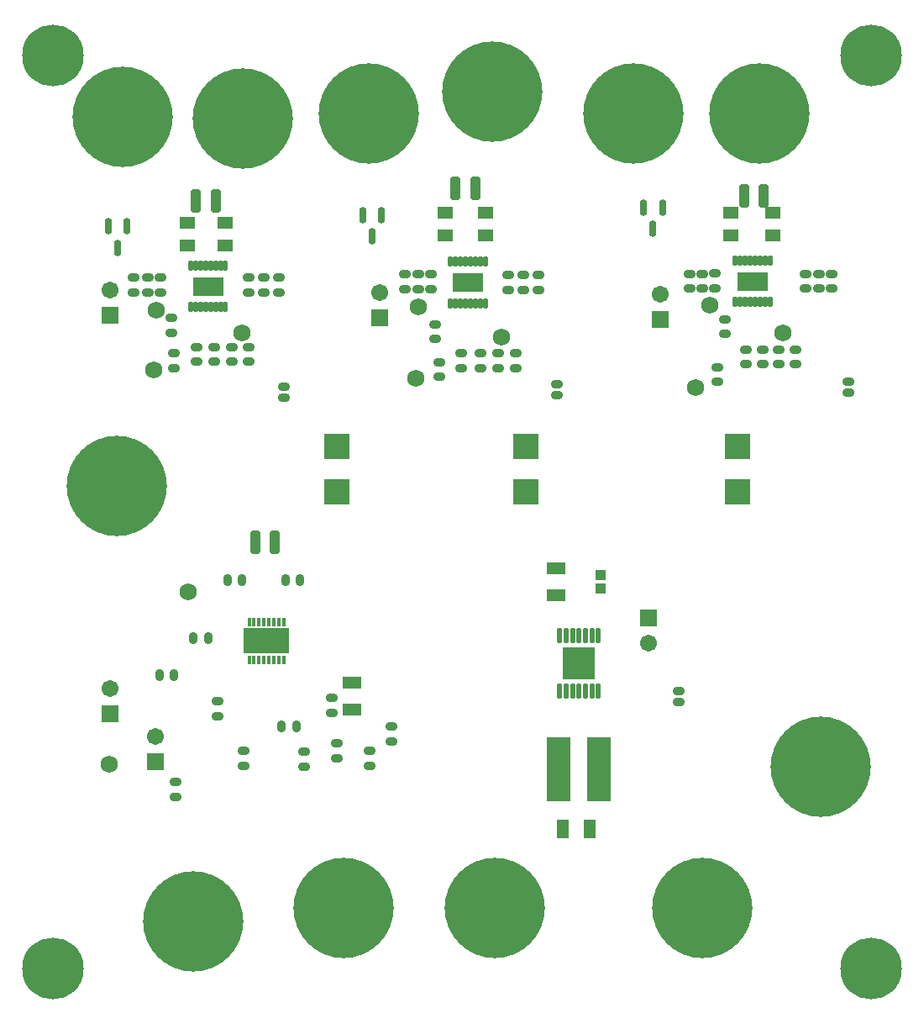
<source format=gts>
%FSAX25Y25*%
%MOIN*%
G70*
G01*
G75*
G04 Layer_Color=8388736*
%ADD10R,0.05118X0.03937*%
G04:AMPARAMS|DCode=11|XSize=23.62mil|YSize=35.43mil|CornerRadius=5.91mil|HoleSize=0mil|Usage=FLASHONLY|Rotation=270.000|XOffset=0mil|YOffset=0mil|HoleType=Round|Shape=RoundedRectangle|*
%AMROUNDEDRECTD11*
21,1,0.02362,0.02362,0,0,270.0*
21,1,0.01181,0.03543,0,0,270.0*
1,1,0.01181,-0.01181,-0.00591*
1,1,0.01181,-0.01181,0.00591*
1,1,0.01181,0.01181,0.00591*
1,1,0.01181,0.01181,-0.00591*
%
%ADD11ROUNDEDRECTD11*%
%ADD12R,0.09055X0.09055*%
%ADD13R,0.00984X0.02756*%
%ADD14R,0.17087X0.09606*%
G04:AMPARAMS|DCode=15|XSize=23.62mil|YSize=35.43mil|CornerRadius=5.91mil|HoleSize=0mil|Usage=FLASHONLY|Rotation=0.000|XOffset=0mil|YOffset=0mil|HoleType=Round|Shape=RoundedRectangle|*
%AMROUNDEDRECTD15*
21,1,0.02362,0.02362,0,0,0.0*
21,1,0.01181,0.03543,0,0,0.0*
1,1,0.01181,0.00591,-0.01181*
1,1,0.01181,-0.00591,-0.01181*
1,1,0.01181,-0.00591,0.01181*
1,1,0.01181,0.00591,0.01181*
%
%ADD15ROUNDEDRECTD15*%
%ADD16O,0.02165X0.05709*%
%ADD17O,0.02165X0.05709*%
%ADD18O,0.01181X0.03500*%
%ADD19R,0.11201X0.06500*%
%ADD20R,0.04331X0.06693*%
%ADD21R,0.06693X0.04331*%
%ADD22O,0.01378X0.05315*%
%ADD23R,0.12205X0.11811*%
G04:AMPARAMS|DCode=24|XSize=31.5mil|YSize=86.61mil|CornerRadius=7.87mil|HoleSize=0mil|Usage=FLASHONLY|Rotation=180.000|XOffset=0mil|YOffset=0mil|HoleType=Round|Shape=RoundedRectangle|*
%AMROUNDEDRECTD24*
21,1,0.03150,0.07087,0,0,180.0*
21,1,0.01575,0.08661,0,0,180.0*
1,1,0.01575,-0.00787,0.03543*
1,1,0.01575,0.00787,0.03543*
1,1,0.01575,0.00787,-0.03543*
1,1,0.01575,-0.00787,-0.03543*
%
%ADD24ROUNDEDRECTD24*%
%ADD25R,0.08661X0.24803*%
%ADD26R,0.03543X0.03150*%
%ADD27C,0.01181*%
%ADD28C,0.01260*%
%ADD29C,0.02756*%
%ADD30C,0.01024*%
%ADD31C,0.03150*%
%ADD32C,0.01969*%
%ADD33C,0.03937*%
%ADD34C,0.01102*%
%ADD35C,0.00984*%
%ADD36C,0.00906*%
%ADD37C,0.02362*%
%ADD38C,0.01000*%
%ADD39C,0.01575*%
%ADD40C,0.00866*%
%ADD41C,0.03543*%
%ADD42C,0.01299*%
%ADD43C,0.01063*%
%ADD44C,0.06000*%
%ADD45R,0.05906X0.05906*%
%ADD46C,0.05906*%
%ADD47C,0.23622*%
%ADD48C,0.38976*%
%ADD49C,0.01969*%
%ADD50C,0.01575*%
%ADD51C,0.00394*%
%ADD52C,0.00787*%
%ADD53C,0.00600*%
%ADD54C,0.00669*%
%ADD55R,0.05918X0.04737*%
G04:AMPARAMS|DCode=56|XSize=31.62mil|YSize=43.43mil|CornerRadius=9.91mil|HoleSize=0mil|Usage=FLASHONLY|Rotation=270.000|XOffset=0mil|YOffset=0mil|HoleType=Round|Shape=RoundedRectangle|*
%AMROUNDEDRECTD56*
21,1,0.03162,0.02362,0,0,270.0*
21,1,0.01181,0.04343,0,0,270.0*
1,1,0.01981,-0.01181,-0.00591*
1,1,0.01981,-0.01181,0.00591*
1,1,0.01981,0.01181,0.00591*
1,1,0.01981,0.01181,-0.00591*
%
%ADD56ROUNDEDRECTD56*%
%ADD57R,0.09855X0.09855*%
%ADD58R,0.01784X0.03556*%
%ADD59R,0.17887X0.10406*%
G04:AMPARAMS|DCode=60|XSize=31.62mil|YSize=43.43mil|CornerRadius=9.91mil|HoleSize=0mil|Usage=FLASHONLY|Rotation=0.000|XOffset=0mil|YOffset=0mil|HoleType=Round|Shape=RoundedRectangle|*
%AMROUNDEDRECTD60*
21,1,0.03162,0.02362,0,0,0.0*
21,1,0.01181,0.04343,0,0,0.0*
1,1,0.01981,0.00591,-0.01181*
1,1,0.01981,-0.00591,-0.01181*
1,1,0.01981,-0.00591,0.01181*
1,1,0.01981,0.00591,0.01181*
%
%ADD60ROUNDEDRECTD60*%
%ADD61O,0.02965X0.06509*%
%ADD62O,0.02965X0.06509*%
%ADD63O,0.01981X0.04300*%
%ADD64R,0.12001X0.07300*%
%ADD65R,0.05131X0.07493*%
%ADD66R,0.07493X0.05131*%
%ADD67O,0.02178X0.06115*%
%ADD68R,0.13005X0.12611*%
G04:AMPARAMS|DCode=69|XSize=39.5mil|YSize=94.61mil|CornerRadius=11.87mil|HoleSize=0mil|Usage=FLASHONLY|Rotation=180.000|XOffset=0mil|YOffset=0mil|HoleType=Round|Shape=RoundedRectangle|*
%AMROUNDEDRECTD69*
21,1,0.03950,0.07087,0,0,180.0*
21,1,0.01575,0.09461,0,0,180.0*
1,1,0.02375,-0.00787,0.03543*
1,1,0.02375,0.00787,0.03543*
1,1,0.02375,0.00787,-0.03543*
1,1,0.02375,-0.00787,-0.03543*
%
%ADD69ROUNDEDRECTD69*%
%ADD70R,0.09461X0.25603*%
%ADD71R,0.04343X0.03950*%
%ADD72C,0.06800*%
%ADD73R,0.06706X0.06706*%
%ADD74C,0.06706*%
%ADD75C,0.24422*%
%ADD76C,0.39776*%
%ADD77C,0.02769*%
%ADD78C,0.02375*%
D55*
X0397900Y0416732D02*
D03*
Y0425787D02*
D03*
X0381400Y0416732D02*
D03*
Y0425787D02*
D03*
X0283900Y0416732D02*
D03*
Y0425787D02*
D03*
X0268000Y0416732D02*
D03*
Y0425787D02*
D03*
X0180700Y0412795D02*
D03*
Y0421850D02*
D03*
X0165700Y0412795D02*
D03*
Y0421850D02*
D03*
D56*
X0427900Y0354533D02*
D03*
Y0358667D02*
D03*
X0312400Y0353533D02*
D03*
Y0357667D02*
D03*
X0203869Y0352533D02*
D03*
Y0356667D02*
D03*
X0222968Y0233453D02*
D03*
Y0227547D02*
D03*
X0224968Y0215453D02*
D03*
Y0209547D02*
D03*
X0211968Y0206047D02*
D03*
Y0211953D02*
D03*
X0246468Y0216047D02*
D03*
Y0221953D02*
D03*
X0237968Y0206547D02*
D03*
Y0212453D02*
D03*
X0177468Y0231953D02*
D03*
Y0226047D02*
D03*
X0161000Y0199953D02*
D03*
Y0194047D02*
D03*
X0187968Y0206547D02*
D03*
Y0212453D02*
D03*
X0160400Y0364147D02*
D03*
Y0370053D02*
D03*
X0375900Y0358647D02*
D03*
Y0364553D02*
D03*
X0406900Y0365647D02*
D03*
Y0371553D02*
D03*
X0421400Y0401553D02*
D03*
Y0395647D02*
D03*
X0410900Y0401553D02*
D03*
Y0395647D02*
D03*
X0374900Y0401620D02*
D03*
Y0395714D02*
D03*
X0364900Y0401553D02*
D03*
Y0395647D02*
D03*
X0400400Y0371553D02*
D03*
Y0365647D02*
D03*
X0387400D02*
D03*
Y0371553D02*
D03*
X0416400Y0401553D02*
D03*
Y0395647D02*
D03*
X0369900Y0401553D02*
D03*
Y0395647D02*
D03*
X0393900Y0365647D02*
D03*
Y0371553D02*
D03*
X0378900Y0383553D02*
D03*
Y0377647D02*
D03*
X0265431Y0360647D02*
D03*
Y0366553D02*
D03*
X0288900Y0364147D02*
D03*
Y0370053D02*
D03*
X0304900Y0401053D02*
D03*
Y0395147D02*
D03*
X0292900Y0401053D02*
D03*
Y0395147D02*
D03*
X0262400Y0401506D02*
D03*
Y0395600D02*
D03*
X0251900Y0401506D02*
D03*
Y0395600D02*
D03*
X0295900Y0370053D02*
D03*
Y0364147D02*
D03*
X0274400D02*
D03*
Y0370053D02*
D03*
X0298900Y0401053D02*
D03*
Y0395147D02*
D03*
X0257400Y0401506D02*
D03*
Y0395600D02*
D03*
X0281900Y0364147D02*
D03*
Y0370053D02*
D03*
X0263900Y0381553D02*
D03*
Y0375647D02*
D03*
X0183368Y0366647D02*
D03*
Y0372553D02*
D03*
X0201868Y0400053D02*
D03*
Y0394147D02*
D03*
X0189869Y0400100D02*
D03*
Y0394194D02*
D03*
X0154868Y0400053D02*
D03*
Y0394147D02*
D03*
X0144368Y0400053D02*
D03*
Y0394147D02*
D03*
X0195868Y0400053D02*
D03*
Y0394147D02*
D03*
X0149868Y0400053D02*
D03*
Y0394147D02*
D03*
X0176368Y0366647D02*
D03*
Y0372553D02*
D03*
X0159369Y0384100D02*
D03*
Y0378194D02*
D03*
X0169368Y0366647D02*
D03*
Y0372553D02*
D03*
X0189868D02*
D03*
Y0366647D02*
D03*
X0360437Y0231933D02*
D03*
Y0236067D02*
D03*
D57*
X0224900Y0332958D02*
D03*
Y0315242D02*
D03*
X0299900D02*
D03*
Y0332958D02*
D03*
X0383900Y0315242D02*
D03*
Y0332958D02*
D03*
D58*
X0190110Y0248520D02*
D03*
X0192079D02*
D03*
X0194047D02*
D03*
X0196016D02*
D03*
X0197984D02*
D03*
X0199953D02*
D03*
X0201921D02*
D03*
X0203890D02*
D03*
X0190110Y0263480D02*
D03*
X0192079D02*
D03*
X0194047D02*
D03*
X0196016D02*
D03*
X0197984D02*
D03*
X0199953D02*
D03*
X0201921D02*
D03*
X0203890D02*
D03*
D59*
X0197000Y0256000D02*
D03*
D60*
X0187421Y0280000D02*
D03*
X0181516D02*
D03*
X0210421D02*
D03*
X0204516D02*
D03*
X0203016Y0222000D02*
D03*
X0208921D02*
D03*
X0160421Y0242500D02*
D03*
X0154516D02*
D03*
X0168016Y0257000D02*
D03*
X0173921D02*
D03*
D61*
X0350400Y0419368D02*
D03*
X0346660Y0427832D02*
D03*
X0238900Y0416368D02*
D03*
X0235160Y0424832D02*
D03*
X0134128Y0420332D02*
D03*
X0137869Y0411868D02*
D03*
D62*
X0354140Y0427832D02*
D03*
X0242640Y0424832D02*
D03*
X0141609Y0420332D02*
D03*
D63*
X0388916Y0390305D02*
D03*
X0386947D02*
D03*
X0384979D02*
D03*
X0383010D02*
D03*
X0390884D02*
D03*
X0392853D02*
D03*
X0394821D02*
D03*
X0396790D02*
D03*
Y0406895D02*
D03*
X0394821D02*
D03*
X0392853D02*
D03*
X0390884D02*
D03*
X0383010D02*
D03*
X0384979D02*
D03*
X0386947D02*
D03*
X0388916D02*
D03*
X0275916Y0389805D02*
D03*
X0273947D02*
D03*
X0271979D02*
D03*
X0270010D02*
D03*
X0277884D02*
D03*
X0279853D02*
D03*
X0281821D02*
D03*
X0283790D02*
D03*
Y0406395D02*
D03*
X0281821D02*
D03*
X0279853D02*
D03*
X0277884D02*
D03*
X0270010D02*
D03*
X0271979D02*
D03*
X0273947D02*
D03*
X0275916D02*
D03*
X0172884Y0388305D02*
D03*
X0170916D02*
D03*
X0168947D02*
D03*
X0166979D02*
D03*
X0174853D02*
D03*
X0176821D02*
D03*
X0178790D02*
D03*
X0180758D02*
D03*
Y0404895D02*
D03*
X0178790D02*
D03*
X0176821D02*
D03*
X0174853D02*
D03*
X0166979D02*
D03*
X0168947D02*
D03*
X0170916D02*
D03*
X0172884D02*
D03*
D64*
X0389900Y0398600D02*
D03*
X0276900Y0398100D02*
D03*
X0173869Y0396600D02*
D03*
D65*
X0325252Y0181500D02*
D03*
X0314622D02*
D03*
D66*
X0312000Y0284815D02*
D03*
Y0274185D02*
D03*
X0231000Y0228685D02*
D03*
Y0239315D02*
D03*
D67*
X0313323Y0235941D02*
D03*
X0315882D02*
D03*
X0318441D02*
D03*
X0321000D02*
D03*
X0323559D02*
D03*
X0326118D02*
D03*
X0328677D02*
D03*
X0313323Y0258185D02*
D03*
X0315882D02*
D03*
X0318441D02*
D03*
X0321000D02*
D03*
X0323559D02*
D03*
X0326118D02*
D03*
X0328677D02*
D03*
D68*
X0321000Y0247063D02*
D03*
D69*
X0200406Y0295000D02*
D03*
X0192531D02*
D03*
X0386463Y0432600D02*
D03*
X0394337D02*
D03*
X0272063Y0435500D02*
D03*
X0279937D02*
D03*
X0168931Y0430600D02*
D03*
X0176806D02*
D03*
D70*
X0329008Y0205000D02*
D03*
X0312866D02*
D03*
D71*
X0329437Y0282256D02*
D03*
Y0276744D02*
D03*
D72*
X0134500Y0207000D02*
D03*
X0152400Y0363600D02*
D03*
X0187400Y0378100D02*
D03*
X0256400Y0360100D02*
D03*
X0290400Y0376600D02*
D03*
X0367400Y0356600D02*
D03*
X0401900Y0378100D02*
D03*
X0166000Y0275500D02*
D03*
X0153400Y0387100D02*
D03*
X0257400Y0388600D02*
D03*
X0372900Y0389100D02*
D03*
D73*
X0348500Y0265000D02*
D03*
X0153000Y0208000D02*
D03*
X0353400Y0383600D02*
D03*
X0241932Y0384100D02*
D03*
X0134900Y0385100D02*
D03*
X0134969Y0227000D02*
D03*
D74*
X0348500Y0255000D02*
D03*
X0153000Y0218000D02*
D03*
X0353400Y0393600D02*
D03*
X0241932Y0394100D02*
D03*
X0134900Y0395100D02*
D03*
X0134969Y0237000D02*
D03*
D75*
X0112205Y0488189D02*
D03*
X0437008D02*
D03*
X0112205Y0125984D02*
D03*
X0437008D02*
D03*
D76*
X0140000Y0463800D02*
D03*
X0187600Y0463200D02*
D03*
X0237500Y0465000D02*
D03*
X0286600Y0473700D02*
D03*
X0342500Y0465000D02*
D03*
X0392500D02*
D03*
X0417000Y0206000D02*
D03*
X0370000Y0150000D02*
D03*
X0227500D02*
D03*
X0168000Y0144800D02*
D03*
X0137500Y0317500D02*
D03*
X0287500Y0150000D02*
D03*
D77*
X0191094Y0254032D02*
D03*
Y0257969D02*
D03*
X0195032Y0254032D02*
D03*
Y0257969D02*
D03*
X0198969Y0254032D02*
D03*
Y0257969D02*
D03*
X0202906Y0254032D02*
D03*
Y0257969D02*
D03*
D78*
X0324937Y0243126D02*
D03*
X0317063D02*
D03*
X0321000D02*
D03*
X0324937Y0251000D02*
D03*
Y0247063D02*
D03*
X0317063D02*
D03*
Y0251000D02*
D03*
X0321000Y0247063D02*
D03*
Y0251000D02*
D03*
M02*

</source>
